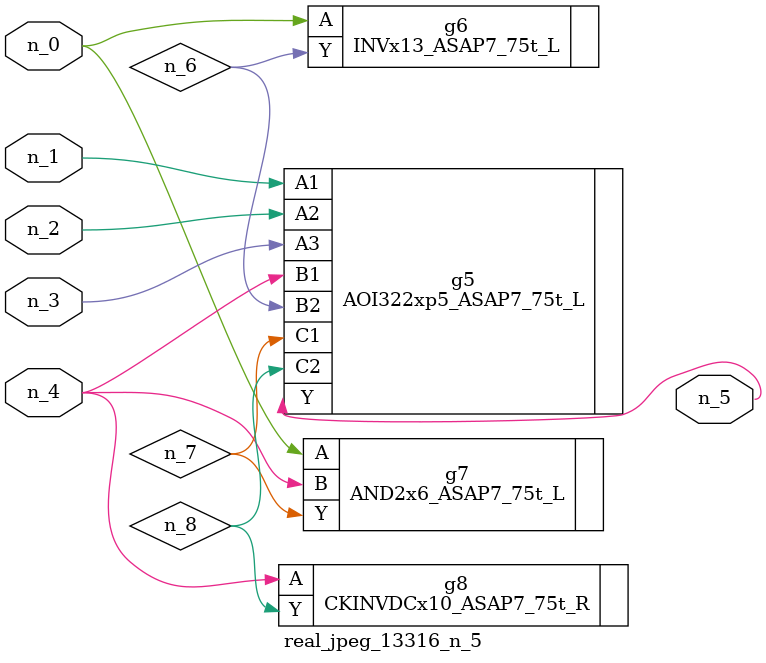
<source format=v>
module real_jpeg_13316_n_5 (n_4, n_0, n_1, n_2, n_3, n_5);

input n_4;
input n_0;
input n_1;
input n_2;
input n_3;

output n_5;

wire n_8;
wire n_6;
wire n_7;

INVx13_ASAP7_75t_L g6 ( 
.A(n_0),
.Y(n_6)
);

AND2x6_ASAP7_75t_L g7 ( 
.A(n_0),
.B(n_4),
.Y(n_7)
);

AOI322xp5_ASAP7_75t_L g5 ( 
.A1(n_1),
.A2(n_2),
.A3(n_3),
.B1(n_4),
.B2(n_6),
.C1(n_7),
.C2(n_8),
.Y(n_5)
);

CKINVDCx10_ASAP7_75t_R g8 ( 
.A(n_4),
.Y(n_8)
);


endmodule
</source>
